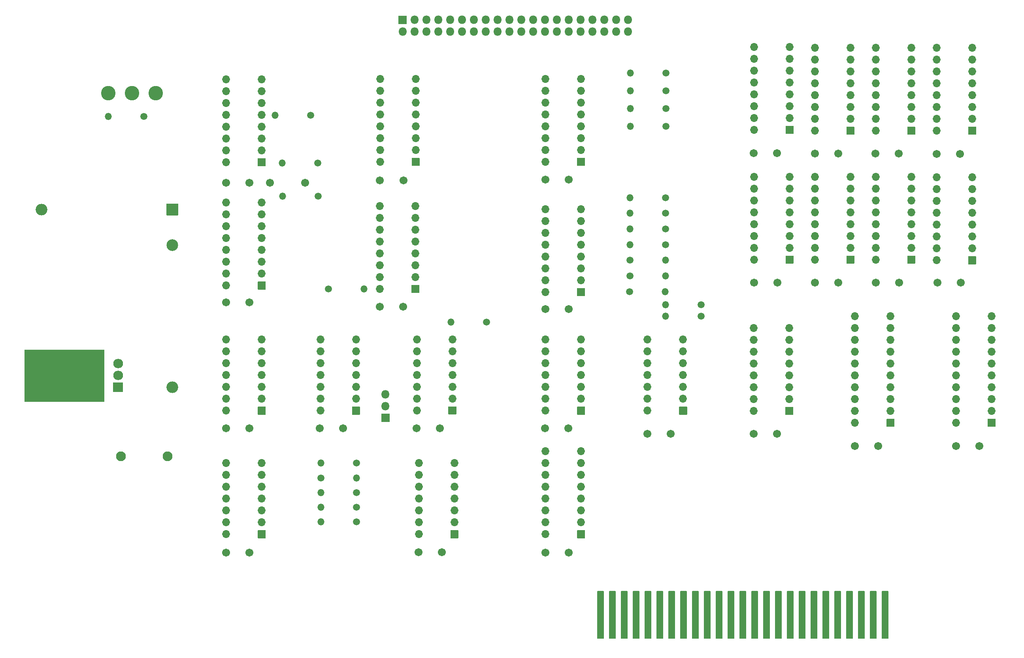
<source format=gbr>
G04 #@! TF.GenerationSoftware,KiCad,Pcbnew,5.1.8-5.1.8*
G04 #@! TF.CreationDate,2021-03-27T17:25:53-07:00*
G04 #@! TF.ProjectId,1066,31303636-2e6b-4696-9361-645f70636258,rev?*
G04 #@! TF.SameCoordinates,Original*
G04 #@! TF.FileFunction,Soldermask,Top*
G04 #@! TF.FilePolarity,Negative*
%FSLAX46Y46*%
G04 Gerber Fmt 4.6, Leading zero omitted, Abs format (unit mm)*
G04 Created by KiCad (PCBNEW 5.1.8-5.1.8) date 2021-03-27 17:25:53*
%MOMM*%
%LPD*%
G01*
G04 APERTURE LIST*
%ADD10C,0.100000*%
%ADD11O,1.802000X1.802000*%
%ADD12O,3.602000X3.602000*%
%ADD13O,2.102000X2.007000*%
%ADD14C,1.702000*%
%ADD15O,1.702000X1.702000*%
%ADD16C,2.102000*%
%ADD17C,3.102000*%
%ADD18O,1.502000X1.502000*%
%ADD19C,1.502000*%
%ADD20O,2.502000X2.502000*%
%ADD21C,2.502000*%
G04 APERTURE END LIST*
D10*
G36*
X48200000Y-114220000D02*
G01*
X65200000Y-114220000D01*
X65200000Y-103210000D01*
X48200000Y-103210000D01*
X48200000Y-114220000D01*
G37*
X48200000Y-114220000D02*
X65200000Y-114220000D01*
X65200000Y-103210000D01*
X48200000Y-103210000D01*
X48200000Y-114220000D01*
G36*
X48200000Y-114220000D02*
G01*
X65200000Y-114220000D01*
X65200000Y-103210000D01*
X48200000Y-103210000D01*
X48200000Y-114220000D01*
G37*
X48200000Y-114220000D02*
X65200000Y-114220000D01*
X65200000Y-103210000D01*
X48200000Y-103210000D01*
X48200000Y-114220000D01*
G36*
G01*
X128320000Y-31509000D02*
X130020000Y-31509000D01*
G75*
G02*
X130071000Y-31560000I0J-51000D01*
G01*
X130071000Y-33260000D01*
G75*
G02*
X130020000Y-33311000I-51000J0D01*
G01*
X128320000Y-33311000D01*
G75*
G02*
X128269000Y-33260000I0J51000D01*
G01*
X128269000Y-31560000D01*
G75*
G02*
X128320000Y-31509000I51000J0D01*
G01*
G37*
D11*
X129170000Y-34950000D03*
X131710000Y-32410000D03*
X131710000Y-34950000D03*
X134250000Y-32410000D03*
X134250000Y-34950000D03*
X136790000Y-32410000D03*
X136790000Y-34950000D03*
X139330000Y-32410000D03*
X139330000Y-34950000D03*
X141870000Y-32410000D03*
X141870000Y-34950000D03*
X144410000Y-32410000D03*
X144410000Y-34950000D03*
X146950000Y-32410000D03*
X146950000Y-34950000D03*
X149490000Y-32410000D03*
X149490000Y-34950000D03*
X152030000Y-32410000D03*
X152030000Y-34950000D03*
X154570000Y-32410000D03*
X154570000Y-34950000D03*
X157110000Y-32410000D03*
X157110000Y-34950000D03*
X159650000Y-32410000D03*
X159650000Y-34950000D03*
X162190000Y-32410000D03*
X162190000Y-34950000D03*
X164730000Y-32410000D03*
X164730000Y-34950000D03*
X167270000Y-32410000D03*
X167270000Y-34950000D03*
X169810000Y-32410000D03*
X169810000Y-34950000D03*
X172350000Y-32410000D03*
X172350000Y-34950000D03*
X174890000Y-32410000D03*
X174890000Y-34950000D03*
X177430000Y-32410000D03*
X177430000Y-34950000D03*
D12*
X51540000Y-108680000D03*
G36*
G01*
X69200000Y-112223500D02*
X67200000Y-112223500D01*
G75*
G02*
X67149000Y-112172500I0J51000D01*
G01*
X67149000Y-110267500D01*
G75*
G02*
X67200000Y-110216500I51000J0D01*
G01*
X69200000Y-110216500D01*
G75*
G02*
X69251000Y-110267500I0J-51000D01*
G01*
X69251000Y-112172500D01*
G75*
G02*
X69200000Y-112223500I-51000J0D01*
G01*
G37*
D13*
X68200000Y-108680000D03*
X68200000Y-106140000D03*
D14*
X100780000Y-67330000D03*
X108280000Y-67330000D03*
D15*
X91360000Y-62970000D03*
X98980000Y-45190000D03*
X91360000Y-60430000D03*
X98980000Y-47730000D03*
X91360000Y-57890000D03*
X98980000Y-50270000D03*
X91360000Y-55350000D03*
X98980000Y-52810000D03*
X91360000Y-52810000D03*
X98980000Y-55350000D03*
X91360000Y-50270000D03*
X98980000Y-57890000D03*
X91360000Y-47730000D03*
X98980000Y-60430000D03*
X91360000Y-45190000D03*
G36*
G01*
X99831000Y-62170000D02*
X99831000Y-63770000D01*
G75*
G02*
X99780000Y-63821000I-51000J0D01*
G01*
X98180000Y-63821000D01*
G75*
G02*
X98129000Y-63770000I0J51000D01*
G01*
X98129000Y-62170000D01*
G75*
G02*
X98180000Y-62119000I51000J0D01*
G01*
X99780000Y-62119000D01*
G75*
G02*
X99831000Y-62170000I0J-51000D01*
G01*
G37*
D14*
X96390000Y-67360000D03*
X91390000Y-67360000D03*
X129330000Y-66860000D03*
X124330000Y-66860000D03*
X164790000Y-66690000D03*
X159790000Y-66690000D03*
X204420000Y-60990000D03*
X209420000Y-60990000D03*
X217520000Y-61080000D03*
X222520000Y-61080000D03*
X230460000Y-61080000D03*
X235460000Y-61080000D03*
X243620000Y-61160000D03*
X248620000Y-61160000D03*
X204440000Y-88750000D03*
X209440000Y-88750000D03*
X217520000Y-88760000D03*
X222520000Y-88760000D03*
X230520000Y-88760000D03*
X235520000Y-88760000D03*
X243730000Y-88750000D03*
X248730000Y-88750000D03*
X96340000Y-93010000D03*
X91340000Y-93010000D03*
X129310000Y-93910000D03*
X124310000Y-93910000D03*
X164790000Y-94440000D03*
X159790000Y-94440000D03*
X96350000Y-120020000D03*
X91350000Y-120020000D03*
X116420000Y-120030000D03*
X111420000Y-120030000D03*
X137200000Y-120020000D03*
X132200000Y-120020000D03*
X164650000Y-120030000D03*
X159650000Y-120030000D03*
X186620000Y-121220000D03*
X181620000Y-121220000D03*
X209380000Y-121220000D03*
X204380000Y-121220000D03*
X231065000Y-123790000D03*
X226065000Y-123790000D03*
X252710000Y-123790000D03*
X247710000Y-123790000D03*
X96390000Y-146680000D03*
X91390000Y-146680000D03*
X137620000Y-146610000D03*
X132620000Y-146610000D03*
X164800000Y-146680000D03*
X159800000Y-146680000D03*
D15*
X230523332Y-56200000D03*
X238143332Y-38420000D03*
X230523332Y-53660000D03*
X238143332Y-40960000D03*
X230523332Y-51120000D03*
X238143332Y-43500000D03*
X230523332Y-48580000D03*
X238143332Y-46040000D03*
X230523332Y-46040000D03*
X238143332Y-48580000D03*
X230523332Y-43500000D03*
X238143332Y-51120000D03*
X230523332Y-40960000D03*
X238143332Y-53660000D03*
X230523332Y-38420000D03*
G36*
G01*
X238994332Y-55400000D02*
X238994332Y-57000000D01*
G75*
G02*
X238943332Y-57051000I-51000J0D01*
G01*
X237343332Y-57051000D01*
G75*
G02*
X237292332Y-57000000I0J51000D01*
G01*
X237292332Y-55400000D01*
G75*
G02*
X237343332Y-55349000I51000J0D01*
G01*
X238943332Y-55349000D01*
G75*
G02*
X238994332Y-55400000I0J-51000D01*
G01*
G37*
G36*
G01*
X252031000Y-83190000D02*
X252031000Y-84790000D01*
G75*
G02*
X251980000Y-84841000I-51000J0D01*
G01*
X250380000Y-84841000D01*
G75*
G02*
X250329000Y-84790000I0J51000D01*
G01*
X250329000Y-83190000D01*
G75*
G02*
X250380000Y-83139000I51000J0D01*
G01*
X251980000Y-83139000D01*
G75*
G02*
X252031000Y-83190000I0J-51000D01*
G01*
G37*
X243560000Y-66210000D03*
X251180000Y-81450000D03*
X243560000Y-68750000D03*
X251180000Y-78910000D03*
X243560000Y-71290000D03*
X251180000Y-76370000D03*
X243560000Y-73830000D03*
X251180000Y-73830000D03*
X243560000Y-76370000D03*
X251180000Y-71290000D03*
X243560000Y-78910000D03*
X251180000Y-68750000D03*
X243560000Y-81450000D03*
X251180000Y-66210000D03*
X243560000Y-83990000D03*
D16*
X68830000Y-126010000D03*
X78830000Y-126010000D03*
D17*
X76260000Y-48150000D03*
X71180000Y-48150000D03*
X66100000Y-48140000D03*
D18*
X66150000Y-53110000D03*
D19*
X73770000Y-53110000D03*
D18*
X101830000Y-52880000D03*
D19*
X109450000Y-52880000D03*
D18*
X103370000Y-63090000D03*
D19*
X110990000Y-63090000D03*
D18*
X103490000Y-70250000D03*
D19*
X111110000Y-70250000D03*
D18*
X120900000Y-90150000D03*
D19*
X113280000Y-90150000D03*
D18*
X111680000Y-127510000D03*
D19*
X119300000Y-127510000D03*
D18*
X119290000Y-130692500D03*
D19*
X111670000Y-130692500D03*
D18*
X111670000Y-133835000D03*
D19*
X119290000Y-133835000D03*
D18*
X111670000Y-136977500D03*
D19*
X119290000Y-136977500D03*
D18*
X111670000Y-140120000D03*
D19*
X119290000Y-140120000D03*
D18*
X139540000Y-97210000D03*
D19*
X147160000Y-97210000D03*
D18*
X177930000Y-43830000D03*
D19*
X185550000Y-43830000D03*
D18*
X177940000Y-47650000D03*
D19*
X185560000Y-47650000D03*
D18*
X177940000Y-51460000D03*
D19*
X185560000Y-51460000D03*
D18*
X177940000Y-55270000D03*
D19*
X185560000Y-55270000D03*
D18*
X177880000Y-70560000D03*
D19*
X185500000Y-70560000D03*
D18*
X177880000Y-73916666D03*
D19*
X185500000Y-73916666D03*
D18*
X177880000Y-77273332D03*
D19*
X185500000Y-77273332D03*
D18*
X177880000Y-80629998D03*
D19*
X185500000Y-80629998D03*
D18*
X185500000Y-83986664D03*
D19*
X177880000Y-83986664D03*
D18*
X185500000Y-87343330D03*
D19*
X177880000Y-87343330D03*
D18*
X185460000Y-90700000D03*
D19*
X177840000Y-90700000D03*
D18*
X185520000Y-93480000D03*
D19*
X193140000Y-93480000D03*
D18*
X185530000Y-95940000D03*
D19*
X193150000Y-95940000D03*
G36*
G01*
X233226000Y-154970000D02*
X233226000Y-165130000D01*
G75*
G02*
X233175000Y-165181000I-51000J0D01*
G01*
X231905000Y-165181000D01*
G75*
G02*
X231854000Y-165130000I0J51000D01*
G01*
X231854000Y-154970000D01*
G75*
G02*
X231905000Y-154919000I51000J0D01*
G01*
X233175000Y-154919000D01*
G75*
G02*
X233226000Y-154970000I0J-51000D01*
G01*
G37*
G36*
G01*
X230686000Y-154970000D02*
X230686000Y-165130000D01*
G75*
G02*
X230635000Y-165181000I-51000J0D01*
G01*
X229365000Y-165181000D01*
G75*
G02*
X229314000Y-165130000I0J51000D01*
G01*
X229314000Y-154970000D01*
G75*
G02*
X229365000Y-154919000I51000J0D01*
G01*
X230635000Y-154919000D01*
G75*
G02*
X230686000Y-154970000I0J-51000D01*
G01*
G37*
G36*
G01*
X228146000Y-154970000D02*
X228146000Y-165130000D01*
G75*
G02*
X228095000Y-165181000I-51000J0D01*
G01*
X226825000Y-165181000D01*
G75*
G02*
X226774000Y-165130000I0J51000D01*
G01*
X226774000Y-154970000D01*
G75*
G02*
X226825000Y-154919000I51000J0D01*
G01*
X228095000Y-154919000D01*
G75*
G02*
X228146000Y-154970000I0J-51000D01*
G01*
G37*
G36*
G01*
X225606000Y-154970000D02*
X225606000Y-165130000D01*
G75*
G02*
X225555000Y-165181000I-51000J0D01*
G01*
X224285000Y-165181000D01*
G75*
G02*
X224234000Y-165130000I0J51000D01*
G01*
X224234000Y-154970000D01*
G75*
G02*
X224285000Y-154919000I51000J0D01*
G01*
X225555000Y-154919000D01*
G75*
G02*
X225606000Y-154970000I0J-51000D01*
G01*
G37*
G36*
G01*
X223066000Y-154970000D02*
X223066000Y-165130000D01*
G75*
G02*
X223015000Y-165181000I-51000J0D01*
G01*
X221745000Y-165181000D01*
G75*
G02*
X221694000Y-165130000I0J51000D01*
G01*
X221694000Y-154970000D01*
G75*
G02*
X221745000Y-154919000I51000J0D01*
G01*
X223015000Y-154919000D01*
G75*
G02*
X223066000Y-154970000I0J-51000D01*
G01*
G37*
G36*
G01*
X220526000Y-154970000D02*
X220526000Y-165130000D01*
G75*
G02*
X220475000Y-165181000I-51000J0D01*
G01*
X219205000Y-165181000D01*
G75*
G02*
X219154000Y-165130000I0J51000D01*
G01*
X219154000Y-154970000D01*
G75*
G02*
X219205000Y-154919000I51000J0D01*
G01*
X220475000Y-154919000D01*
G75*
G02*
X220526000Y-154970000I0J-51000D01*
G01*
G37*
G36*
G01*
X217986000Y-154970000D02*
X217986000Y-165130000D01*
G75*
G02*
X217935000Y-165181000I-51000J0D01*
G01*
X216665000Y-165181000D01*
G75*
G02*
X216614000Y-165130000I0J51000D01*
G01*
X216614000Y-154970000D01*
G75*
G02*
X216665000Y-154919000I51000J0D01*
G01*
X217935000Y-154919000D01*
G75*
G02*
X217986000Y-154970000I0J-51000D01*
G01*
G37*
G36*
G01*
X215446000Y-154970000D02*
X215446000Y-165130000D01*
G75*
G02*
X215395000Y-165181000I-51000J0D01*
G01*
X214125000Y-165181000D01*
G75*
G02*
X214074000Y-165130000I0J51000D01*
G01*
X214074000Y-154970000D01*
G75*
G02*
X214125000Y-154919000I51000J0D01*
G01*
X215395000Y-154919000D01*
G75*
G02*
X215446000Y-154970000I0J-51000D01*
G01*
G37*
G36*
G01*
X212906000Y-154970000D02*
X212906000Y-165130000D01*
G75*
G02*
X212855000Y-165181000I-51000J0D01*
G01*
X211585000Y-165181000D01*
G75*
G02*
X211534000Y-165130000I0J51000D01*
G01*
X211534000Y-154970000D01*
G75*
G02*
X211585000Y-154919000I51000J0D01*
G01*
X212855000Y-154919000D01*
G75*
G02*
X212906000Y-154970000I0J-51000D01*
G01*
G37*
G36*
G01*
X172266000Y-154970000D02*
X172266000Y-165130000D01*
G75*
G02*
X172215000Y-165181000I-51000J0D01*
G01*
X170945000Y-165181000D01*
G75*
G02*
X170894000Y-165130000I0J51000D01*
G01*
X170894000Y-154970000D01*
G75*
G02*
X170945000Y-154919000I51000J0D01*
G01*
X172215000Y-154919000D01*
G75*
G02*
X172266000Y-154970000I0J-51000D01*
G01*
G37*
G36*
G01*
X210366000Y-154970000D02*
X210366000Y-165130000D01*
G75*
G02*
X210315000Y-165181000I-51000J0D01*
G01*
X209045000Y-165181000D01*
G75*
G02*
X208994000Y-165130000I0J51000D01*
G01*
X208994000Y-154970000D01*
G75*
G02*
X209045000Y-154919000I51000J0D01*
G01*
X210315000Y-154919000D01*
G75*
G02*
X210366000Y-154970000I0J-51000D01*
G01*
G37*
G36*
G01*
X207826000Y-154970000D02*
X207826000Y-165130000D01*
G75*
G02*
X207775000Y-165181000I-51000J0D01*
G01*
X206505000Y-165181000D01*
G75*
G02*
X206454000Y-165130000I0J51000D01*
G01*
X206454000Y-154970000D01*
G75*
G02*
X206505000Y-154919000I51000J0D01*
G01*
X207775000Y-154919000D01*
G75*
G02*
X207826000Y-154970000I0J-51000D01*
G01*
G37*
G36*
G01*
X205286000Y-154970000D02*
X205286000Y-165130000D01*
G75*
G02*
X205235000Y-165181000I-51000J0D01*
G01*
X203965000Y-165181000D01*
G75*
G02*
X203914000Y-165130000I0J51000D01*
G01*
X203914000Y-154970000D01*
G75*
G02*
X203965000Y-154919000I51000J0D01*
G01*
X205235000Y-154919000D01*
G75*
G02*
X205286000Y-154970000I0J-51000D01*
G01*
G37*
G36*
G01*
X202746000Y-154970000D02*
X202746000Y-165130000D01*
G75*
G02*
X202695000Y-165181000I-51000J0D01*
G01*
X201425000Y-165181000D01*
G75*
G02*
X201374000Y-165130000I0J51000D01*
G01*
X201374000Y-154970000D01*
G75*
G02*
X201425000Y-154919000I51000J0D01*
G01*
X202695000Y-154919000D01*
G75*
G02*
X202746000Y-154970000I0J-51000D01*
G01*
G37*
G36*
G01*
X200206000Y-154970000D02*
X200206000Y-165130000D01*
G75*
G02*
X200155000Y-165181000I-51000J0D01*
G01*
X198885000Y-165181000D01*
G75*
G02*
X198834000Y-165130000I0J51000D01*
G01*
X198834000Y-154970000D01*
G75*
G02*
X198885000Y-154919000I51000J0D01*
G01*
X200155000Y-154919000D01*
G75*
G02*
X200206000Y-154970000I0J-51000D01*
G01*
G37*
G36*
G01*
X197666000Y-154970000D02*
X197666000Y-165130000D01*
G75*
G02*
X197615000Y-165181000I-51000J0D01*
G01*
X196345000Y-165181000D01*
G75*
G02*
X196294000Y-165130000I0J51000D01*
G01*
X196294000Y-154970000D01*
G75*
G02*
X196345000Y-154919000I51000J0D01*
G01*
X197615000Y-154919000D01*
G75*
G02*
X197666000Y-154970000I0J-51000D01*
G01*
G37*
G36*
G01*
X195126000Y-154970000D02*
X195126000Y-165130000D01*
G75*
G02*
X195075000Y-165181000I-51000J0D01*
G01*
X193805000Y-165181000D01*
G75*
G02*
X193754000Y-165130000I0J51000D01*
G01*
X193754000Y-154970000D01*
G75*
G02*
X193805000Y-154919000I51000J0D01*
G01*
X195075000Y-154919000D01*
G75*
G02*
X195126000Y-154970000I0J-51000D01*
G01*
G37*
G36*
G01*
X192586000Y-154970000D02*
X192586000Y-165130000D01*
G75*
G02*
X192535000Y-165181000I-51000J0D01*
G01*
X191265000Y-165181000D01*
G75*
G02*
X191214000Y-165130000I0J51000D01*
G01*
X191214000Y-154970000D01*
G75*
G02*
X191265000Y-154919000I51000J0D01*
G01*
X192535000Y-154919000D01*
G75*
G02*
X192586000Y-154970000I0J-51000D01*
G01*
G37*
G36*
G01*
X190046000Y-154970000D02*
X190046000Y-165130000D01*
G75*
G02*
X189995000Y-165181000I-51000J0D01*
G01*
X188725000Y-165181000D01*
G75*
G02*
X188674000Y-165130000I0J51000D01*
G01*
X188674000Y-154970000D01*
G75*
G02*
X188725000Y-154919000I51000J0D01*
G01*
X189995000Y-154919000D01*
G75*
G02*
X190046000Y-154970000I0J-51000D01*
G01*
G37*
G36*
G01*
X187506000Y-154970000D02*
X187506000Y-165130000D01*
G75*
G02*
X187455000Y-165181000I-51000J0D01*
G01*
X186185000Y-165181000D01*
G75*
G02*
X186134000Y-165130000I0J51000D01*
G01*
X186134000Y-154970000D01*
G75*
G02*
X186185000Y-154919000I51000J0D01*
G01*
X187455000Y-154919000D01*
G75*
G02*
X187506000Y-154970000I0J-51000D01*
G01*
G37*
G36*
G01*
X184966000Y-154970000D02*
X184966000Y-165130000D01*
G75*
G02*
X184915000Y-165181000I-51000J0D01*
G01*
X183645000Y-165181000D01*
G75*
G02*
X183594000Y-165130000I0J51000D01*
G01*
X183594000Y-154970000D01*
G75*
G02*
X183645000Y-154919000I51000J0D01*
G01*
X184915000Y-154919000D01*
G75*
G02*
X184966000Y-154970000I0J-51000D01*
G01*
G37*
G36*
G01*
X182426000Y-154970000D02*
X182426000Y-165130000D01*
G75*
G02*
X182375000Y-165181000I-51000J0D01*
G01*
X181105000Y-165181000D01*
G75*
G02*
X181054000Y-165130000I0J51000D01*
G01*
X181054000Y-154970000D01*
G75*
G02*
X181105000Y-154919000I51000J0D01*
G01*
X182375000Y-154919000D01*
G75*
G02*
X182426000Y-154970000I0J-51000D01*
G01*
G37*
G36*
G01*
X179886000Y-154970000D02*
X179886000Y-165130000D01*
G75*
G02*
X179835000Y-165181000I-51000J0D01*
G01*
X178565000Y-165181000D01*
G75*
G02*
X178514000Y-165130000I0J51000D01*
G01*
X178514000Y-154970000D01*
G75*
G02*
X178565000Y-154919000I51000J0D01*
G01*
X179835000Y-154919000D01*
G75*
G02*
X179886000Y-154970000I0J-51000D01*
G01*
G37*
G36*
G01*
X177346000Y-154970000D02*
X177346000Y-165130000D01*
G75*
G02*
X177295000Y-165181000I-51000J0D01*
G01*
X176025000Y-165181000D01*
G75*
G02*
X175974000Y-165130000I0J51000D01*
G01*
X175974000Y-154970000D01*
G75*
G02*
X176025000Y-154919000I51000J0D01*
G01*
X177295000Y-154919000D01*
G75*
G02*
X177346000Y-154970000I0J-51000D01*
G01*
G37*
G36*
G01*
X174806000Y-154970000D02*
X174806000Y-165130000D01*
G75*
G02*
X174755000Y-165181000I-51000J0D01*
G01*
X173485000Y-165181000D01*
G75*
G02*
X173434000Y-165130000I0J51000D01*
G01*
X173434000Y-154970000D01*
G75*
G02*
X173485000Y-154919000I51000J0D01*
G01*
X174755000Y-154919000D01*
G75*
G02*
X174806000Y-154970000I0J-51000D01*
G01*
G37*
G36*
G01*
X231854000Y-165130000D02*
X231854000Y-154970000D01*
G75*
G02*
X231905000Y-154919000I51000J0D01*
G01*
X233175000Y-154919000D01*
G75*
G02*
X233226000Y-154970000I0J-51000D01*
G01*
X233226000Y-165130000D01*
G75*
G02*
X233175000Y-165181000I-51000J0D01*
G01*
X231905000Y-165181000D01*
G75*
G02*
X231854000Y-165130000I0J51000D01*
G01*
G37*
G36*
G01*
X229314000Y-165130000D02*
X229314000Y-154970000D01*
G75*
G02*
X229365000Y-154919000I51000J0D01*
G01*
X230635000Y-154919000D01*
G75*
G02*
X230686000Y-154970000I0J-51000D01*
G01*
X230686000Y-165130000D01*
G75*
G02*
X230635000Y-165181000I-51000J0D01*
G01*
X229365000Y-165181000D01*
G75*
G02*
X229314000Y-165130000I0J51000D01*
G01*
G37*
G36*
G01*
X226774000Y-165130000D02*
X226774000Y-154970000D01*
G75*
G02*
X226825000Y-154919000I51000J0D01*
G01*
X228095000Y-154919000D01*
G75*
G02*
X228146000Y-154970000I0J-51000D01*
G01*
X228146000Y-165130000D01*
G75*
G02*
X228095000Y-165181000I-51000J0D01*
G01*
X226825000Y-165181000D01*
G75*
G02*
X226774000Y-165130000I0J51000D01*
G01*
G37*
G36*
G01*
X224234000Y-165130000D02*
X224234000Y-154970000D01*
G75*
G02*
X224285000Y-154919000I51000J0D01*
G01*
X225555000Y-154919000D01*
G75*
G02*
X225606000Y-154970000I0J-51000D01*
G01*
X225606000Y-165130000D01*
G75*
G02*
X225555000Y-165181000I-51000J0D01*
G01*
X224285000Y-165181000D01*
G75*
G02*
X224234000Y-165130000I0J51000D01*
G01*
G37*
G36*
G01*
X221694000Y-165130000D02*
X221694000Y-154970000D01*
G75*
G02*
X221745000Y-154919000I51000J0D01*
G01*
X223015000Y-154919000D01*
G75*
G02*
X223066000Y-154970000I0J-51000D01*
G01*
X223066000Y-165130000D01*
G75*
G02*
X223015000Y-165181000I-51000J0D01*
G01*
X221745000Y-165181000D01*
G75*
G02*
X221694000Y-165130000I0J51000D01*
G01*
G37*
G36*
G01*
X219154000Y-165130000D02*
X219154000Y-154970000D01*
G75*
G02*
X219205000Y-154919000I51000J0D01*
G01*
X220475000Y-154919000D01*
G75*
G02*
X220526000Y-154970000I0J-51000D01*
G01*
X220526000Y-165130000D01*
G75*
G02*
X220475000Y-165181000I-51000J0D01*
G01*
X219205000Y-165181000D01*
G75*
G02*
X219154000Y-165130000I0J51000D01*
G01*
G37*
G36*
G01*
X216614000Y-165130000D02*
X216614000Y-154970000D01*
G75*
G02*
X216665000Y-154919000I51000J0D01*
G01*
X217935000Y-154919000D01*
G75*
G02*
X217986000Y-154970000I0J-51000D01*
G01*
X217986000Y-165130000D01*
G75*
G02*
X217935000Y-165181000I-51000J0D01*
G01*
X216665000Y-165181000D01*
G75*
G02*
X216614000Y-165130000I0J51000D01*
G01*
G37*
G36*
G01*
X214074000Y-165130000D02*
X214074000Y-154970000D01*
G75*
G02*
X214125000Y-154919000I51000J0D01*
G01*
X215395000Y-154919000D01*
G75*
G02*
X215446000Y-154970000I0J-51000D01*
G01*
X215446000Y-165130000D01*
G75*
G02*
X215395000Y-165181000I-51000J0D01*
G01*
X214125000Y-165181000D01*
G75*
G02*
X214074000Y-165130000I0J51000D01*
G01*
G37*
G36*
G01*
X211534000Y-165130000D02*
X211534000Y-154970000D01*
G75*
G02*
X211585000Y-154919000I51000J0D01*
G01*
X212855000Y-154919000D01*
G75*
G02*
X212906000Y-154970000I0J-51000D01*
G01*
X212906000Y-165130000D01*
G75*
G02*
X212855000Y-165181000I-51000J0D01*
G01*
X211585000Y-165181000D01*
G75*
G02*
X211534000Y-165130000I0J51000D01*
G01*
G37*
G36*
G01*
X208994000Y-165130000D02*
X208994000Y-154970000D01*
G75*
G02*
X209045000Y-154919000I51000J0D01*
G01*
X210315000Y-154919000D01*
G75*
G02*
X210366000Y-154970000I0J-51000D01*
G01*
X210366000Y-165130000D01*
G75*
G02*
X210315000Y-165181000I-51000J0D01*
G01*
X209045000Y-165181000D01*
G75*
G02*
X208994000Y-165130000I0J51000D01*
G01*
G37*
G36*
G01*
X206454000Y-165130000D02*
X206454000Y-154970000D01*
G75*
G02*
X206505000Y-154919000I51000J0D01*
G01*
X207775000Y-154919000D01*
G75*
G02*
X207826000Y-154970000I0J-51000D01*
G01*
X207826000Y-165130000D01*
G75*
G02*
X207775000Y-165181000I-51000J0D01*
G01*
X206505000Y-165181000D01*
G75*
G02*
X206454000Y-165130000I0J51000D01*
G01*
G37*
G36*
G01*
X203914000Y-165130000D02*
X203914000Y-154970000D01*
G75*
G02*
X203965000Y-154919000I51000J0D01*
G01*
X205235000Y-154919000D01*
G75*
G02*
X205286000Y-154970000I0J-51000D01*
G01*
X205286000Y-165130000D01*
G75*
G02*
X205235000Y-165181000I-51000J0D01*
G01*
X203965000Y-165181000D01*
G75*
G02*
X203914000Y-165130000I0J51000D01*
G01*
G37*
G36*
G01*
X201374000Y-165130000D02*
X201374000Y-154970000D01*
G75*
G02*
X201425000Y-154919000I51000J0D01*
G01*
X202695000Y-154919000D01*
G75*
G02*
X202746000Y-154970000I0J-51000D01*
G01*
X202746000Y-165130000D01*
G75*
G02*
X202695000Y-165181000I-51000J0D01*
G01*
X201425000Y-165181000D01*
G75*
G02*
X201374000Y-165130000I0J51000D01*
G01*
G37*
G36*
G01*
X198834000Y-165130000D02*
X198834000Y-154970000D01*
G75*
G02*
X198885000Y-154919000I51000J0D01*
G01*
X200155000Y-154919000D01*
G75*
G02*
X200206000Y-154970000I0J-51000D01*
G01*
X200206000Y-165130000D01*
G75*
G02*
X200155000Y-165181000I-51000J0D01*
G01*
X198885000Y-165181000D01*
G75*
G02*
X198834000Y-165130000I0J51000D01*
G01*
G37*
G36*
G01*
X196294000Y-165130000D02*
X196294000Y-154970000D01*
G75*
G02*
X196345000Y-154919000I51000J0D01*
G01*
X197615000Y-154919000D01*
G75*
G02*
X197666000Y-154970000I0J-51000D01*
G01*
X197666000Y-165130000D01*
G75*
G02*
X197615000Y-165181000I-51000J0D01*
G01*
X196345000Y-165181000D01*
G75*
G02*
X196294000Y-165130000I0J51000D01*
G01*
G37*
G36*
G01*
X193754000Y-165130000D02*
X193754000Y-154970000D01*
G75*
G02*
X193805000Y-154919000I51000J0D01*
G01*
X195075000Y-154919000D01*
G75*
G02*
X195126000Y-154970000I0J-51000D01*
G01*
X195126000Y-165130000D01*
G75*
G02*
X195075000Y-165181000I-51000J0D01*
G01*
X193805000Y-165181000D01*
G75*
G02*
X193754000Y-165130000I0J51000D01*
G01*
G37*
G36*
G01*
X191214000Y-165130000D02*
X191214000Y-154970000D01*
G75*
G02*
X191265000Y-154919000I51000J0D01*
G01*
X192535000Y-154919000D01*
G75*
G02*
X192586000Y-154970000I0J-51000D01*
G01*
X192586000Y-165130000D01*
G75*
G02*
X192535000Y-165181000I-51000J0D01*
G01*
X191265000Y-165181000D01*
G75*
G02*
X191214000Y-165130000I0J51000D01*
G01*
G37*
G36*
G01*
X188674000Y-165130000D02*
X188674000Y-154970000D01*
G75*
G02*
X188725000Y-154919000I51000J0D01*
G01*
X189995000Y-154919000D01*
G75*
G02*
X190046000Y-154970000I0J-51000D01*
G01*
X190046000Y-165130000D01*
G75*
G02*
X189995000Y-165181000I-51000J0D01*
G01*
X188725000Y-165181000D01*
G75*
G02*
X188674000Y-165130000I0J51000D01*
G01*
G37*
G36*
G01*
X186134000Y-165130000D02*
X186134000Y-154970000D01*
G75*
G02*
X186185000Y-154919000I51000J0D01*
G01*
X187455000Y-154919000D01*
G75*
G02*
X187506000Y-154970000I0J-51000D01*
G01*
X187506000Y-165130000D01*
G75*
G02*
X187455000Y-165181000I-51000J0D01*
G01*
X186185000Y-165181000D01*
G75*
G02*
X186134000Y-165130000I0J51000D01*
G01*
G37*
G36*
G01*
X183594000Y-165130000D02*
X183594000Y-154970000D01*
G75*
G02*
X183645000Y-154919000I51000J0D01*
G01*
X184915000Y-154919000D01*
G75*
G02*
X184966000Y-154970000I0J-51000D01*
G01*
X184966000Y-165130000D01*
G75*
G02*
X184915000Y-165181000I-51000J0D01*
G01*
X183645000Y-165181000D01*
G75*
G02*
X183594000Y-165130000I0J51000D01*
G01*
G37*
G36*
G01*
X181054000Y-165130000D02*
X181054000Y-154970000D01*
G75*
G02*
X181105000Y-154919000I51000J0D01*
G01*
X182375000Y-154919000D01*
G75*
G02*
X182426000Y-154970000I0J-51000D01*
G01*
X182426000Y-165130000D01*
G75*
G02*
X182375000Y-165181000I-51000J0D01*
G01*
X181105000Y-165181000D01*
G75*
G02*
X181054000Y-165130000I0J51000D01*
G01*
G37*
G36*
G01*
X178514000Y-165130000D02*
X178514000Y-154970000D01*
G75*
G02*
X178565000Y-154919000I51000J0D01*
G01*
X179835000Y-154919000D01*
G75*
G02*
X179886000Y-154970000I0J-51000D01*
G01*
X179886000Y-165130000D01*
G75*
G02*
X179835000Y-165181000I-51000J0D01*
G01*
X178565000Y-165181000D01*
G75*
G02*
X178514000Y-165130000I0J51000D01*
G01*
G37*
G36*
G01*
X175974000Y-165130000D02*
X175974000Y-154970000D01*
G75*
G02*
X176025000Y-154919000I51000J0D01*
G01*
X177295000Y-154919000D01*
G75*
G02*
X177346000Y-154970000I0J-51000D01*
G01*
X177346000Y-165130000D01*
G75*
G02*
X177295000Y-165181000I-51000J0D01*
G01*
X176025000Y-165181000D01*
G75*
G02*
X175974000Y-165130000I0J51000D01*
G01*
G37*
G36*
G01*
X173434000Y-165130000D02*
X173434000Y-154970000D01*
G75*
G02*
X173485000Y-154919000I51000J0D01*
G01*
X174755000Y-154919000D01*
G75*
G02*
X174806000Y-154970000I0J-51000D01*
G01*
X174806000Y-165130000D01*
G75*
G02*
X174755000Y-165181000I-51000J0D01*
G01*
X173485000Y-165181000D01*
G75*
G02*
X173434000Y-165130000I0J51000D01*
G01*
G37*
G36*
G01*
X170894000Y-165130000D02*
X170894000Y-154970000D01*
G75*
G02*
X170945000Y-154919000I51000J0D01*
G01*
X172215000Y-154919000D01*
G75*
G02*
X172266000Y-154970000I0J-51000D01*
G01*
X172266000Y-165130000D01*
G75*
G02*
X172215000Y-165181000I-51000J0D01*
G01*
X170945000Y-165181000D01*
G75*
G02*
X170894000Y-165130000I0J51000D01*
G01*
G37*
G36*
G01*
X81091000Y-71890000D02*
X81091000Y-74290000D01*
G75*
G02*
X81040000Y-74341000I-51000J0D01*
G01*
X78640000Y-74341000D01*
G75*
G02*
X78589000Y-74290000I0J51000D01*
G01*
X78589000Y-71890000D01*
G75*
G02*
X78640000Y-71839000I51000J0D01*
G01*
X81040000Y-71839000D01*
G75*
G02*
X81091000Y-71890000I0J-51000D01*
G01*
G37*
D20*
X51840000Y-73090000D03*
G36*
G01*
X126411000Y-116940000D02*
X126411000Y-118640000D01*
G75*
G02*
X126360000Y-118691000I-51000J0D01*
G01*
X124660000Y-118691000D01*
G75*
G02*
X124609000Y-118640000I0J51000D01*
G01*
X124609000Y-116940000D01*
G75*
G02*
X124660000Y-116889000I51000J0D01*
G01*
X126360000Y-116889000D01*
G75*
G02*
X126411000Y-116940000I0J-51000D01*
G01*
G37*
D11*
X125510000Y-115250000D03*
X125510000Y-112710000D03*
D21*
X79800000Y-80750000D03*
D20*
X79800000Y-111230000D03*
G36*
G01*
X132811000Y-62090000D02*
X132811000Y-63690000D01*
G75*
G02*
X132760000Y-63741000I-51000J0D01*
G01*
X131160000Y-63741000D01*
G75*
G02*
X131109000Y-63690000I0J51000D01*
G01*
X131109000Y-62090000D01*
G75*
G02*
X131160000Y-62039000I51000J0D01*
G01*
X132760000Y-62039000D01*
G75*
G02*
X132811000Y-62090000I0J-51000D01*
G01*
G37*
D15*
X124340000Y-45110000D03*
X131960000Y-60350000D03*
X124340000Y-47650000D03*
X131960000Y-57810000D03*
X124340000Y-50190000D03*
X131960000Y-55270000D03*
X124340000Y-52730000D03*
X131960000Y-52730000D03*
X124340000Y-55270000D03*
X131960000Y-50190000D03*
X124340000Y-57810000D03*
X131960000Y-47650000D03*
X124340000Y-60350000D03*
X131960000Y-45110000D03*
X124340000Y-62890000D03*
G36*
G01*
X168261000Y-62070000D02*
X168261000Y-63670000D01*
G75*
G02*
X168210000Y-63721000I-51000J0D01*
G01*
X166610000Y-63721000D01*
G75*
G02*
X166559000Y-63670000I0J51000D01*
G01*
X166559000Y-62070000D01*
G75*
G02*
X166610000Y-62019000I51000J0D01*
G01*
X168210000Y-62019000D01*
G75*
G02*
X168261000Y-62070000I0J-51000D01*
G01*
G37*
X159790000Y-45090000D03*
X167410000Y-60330000D03*
X159790000Y-47630000D03*
X167410000Y-57790000D03*
X159790000Y-50170000D03*
X167410000Y-55250000D03*
X159790000Y-52710000D03*
X167410000Y-52710000D03*
X159790000Y-55250000D03*
X167410000Y-50170000D03*
X159790000Y-57790000D03*
X167410000Y-47630000D03*
X159790000Y-60330000D03*
X167410000Y-45090000D03*
X159790000Y-62870000D03*
G36*
G01*
X212921000Y-55190000D02*
X212921000Y-56790000D01*
G75*
G02*
X212870000Y-56841000I-51000J0D01*
G01*
X211270000Y-56841000D01*
G75*
G02*
X211219000Y-56790000I0J51000D01*
G01*
X211219000Y-55190000D01*
G75*
G02*
X211270000Y-55139000I51000J0D01*
G01*
X212870000Y-55139000D01*
G75*
G02*
X212921000Y-55190000I0J-51000D01*
G01*
G37*
X204450000Y-38210000D03*
X212070000Y-53450000D03*
X204450000Y-40750000D03*
X212070000Y-50910000D03*
X204450000Y-43290000D03*
X212070000Y-48370000D03*
X204450000Y-45830000D03*
X212070000Y-45830000D03*
X204450000Y-48370000D03*
X212070000Y-43290000D03*
X204450000Y-50910000D03*
X212070000Y-40750000D03*
X204450000Y-53450000D03*
X212070000Y-38210000D03*
X204450000Y-55990000D03*
G36*
G01*
X225957666Y-55400000D02*
X225957666Y-57000000D01*
G75*
G02*
X225906666Y-57051000I-51000J0D01*
G01*
X224306666Y-57051000D01*
G75*
G02*
X224255666Y-57000000I0J51000D01*
G01*
X224255666Y-55400000D01*
G75*
G02*
X224306666Y-55349000I51000J0D01*
G01*
X225906666Y-55349000D01*
G75*
G02*
X225957666Y-55400000I0J-51000D01*
G01*
G37*
X217486666Y-38420000D03*
X225106666Y-53660000D03*
X217486666Y-40960000D03*
X225106666Y-51120000D03*
X217486666Y-43500000D03*
X225106666Y-48580000D03*
X217486666Y-46040000D03*
X225106666Y-46040000D03*
X217486666Y-48580000D03*
X225106666Y-43500000D03*
X217486666Y-51120000D03*
X225106666Y-40960000D03*
X217486666Y-53660000D03*
X225106666Y-38420000D03*
X217486666Y-56200000D03*
G36*
G01*
X252031000Y-55370000D02*
X252031000Y-56970000D01*
G75*
G02*
X251980000Y-57021000I-51000J0D01*
G01*
X250380000Y-57021000D01*
G75*
G02*
X250329000Y-56970000I0J51000D01*
G01*
X250329000Y-55370000D01*
G75*
G02*
X250380000Y-55319000I51000J0D01*
G01*
X251980000Y-55319000D01*
G75*
G02*
X252031000Y-55370000I0J-51000D01*
G01*
G37*
X243560000Y-38390000D03*
X251180000Y-53630000D03*
X243560000Y-40930000D03*
X251180000Y-51090000D03*
X243560000Y-43470000D03*
X251180000Y-48550000D03*
X243560000Y-46010000D03*
X251180000Y-46010000D03*
X243560000Y-48550000D03*
X251180000Y-43470000D03*
X243560000Y-51090000D03*
X251180000Y-40930000D03*
X243560000Y-53630000D03*
X251180000Y-38390000D03*
X243560000Y-56170000D03*
X204450000Y-83830000D03*
X212070000Y-66050000D03*
X204450000Y-81290000D03*
X212070000Y-68590000D03*
X204450000Y-78750000D03*
X212070000Y-71130000D03*
X204450000Y-76210000D03*
X212070000Y-73670000D03*
X204450000Y-73670000D03*
X212070000Y-76210000D03*
X204450000Y-71130000D03*
X212070000Y-78750000D03*
X204450000Y-68590000D03*
X212070000Y-81290000D03*
X204450000Y-66050000D03*
G36*
G01*
X212921000Y-83030000D02*
X212921000Y-84630000D01*
G75*
G02*
X212870000Y-84681000I-51000J0D01*
G01*
X211270000Y-84681000D01*
G75*
G02*
X211219000Y-84630000I0J51000D01*
G01*
X211219000Y-83030000D01*
G75*
G02*
X211270000Y-82979000I51000J0D01*
G01*
X212870000Y-82979000D01*
G75*
G02*
X212921000Y-83030000I0J-51000D01*
G01*
G37*
G36*
G01*
X225957666Y-83030000D02*
X225957666Y-84630000D01*
G75*
G02*
X225906666Y-84681000I-51000J0D01*
G01*
X224306666Y-84681000D01*
G75*
G02*
X224255666Y-84630000I0J51000D01*
G01*
X224255666Y-83030000D01*
G75*
G02*
X224306666Y-82979000I51000J0D01*
G01*
X225906666Y-82979000D01*
G75*
G02*
X225957666Y-83030000I0J-51000D01*
G01*
G37*
X217486666Y-66050000D03*
X225106666Y-81290000D03*
X217486666Y-68590000D03*
X225106666Y-78750000D03*
X217486666Y-71130000D03*
X225106666Y-76210000D03*
X217486666Y-73670000D03*
X225106666Y-73670000D03*
X217486666Y-76210000D03*
X225106666Y-71130000D03*
X217486666Y-78750000D03*
X225106666Y-68590000D03*
X217486666Y-81290000D03*
X225106666Y-66050000D03*
X217486666Y-83830000D03*
X230523332Y-83830000D03*
X238143332Y-66050000D03*
X230523332Y-81290000D03*
X238143332Y-68590000D03*
X230523332Y-78750000D03*
X238143332Y-71130000D03*
X230523332Y-76210000D03*
X238143332Y-73670000D03*
X230523332Y-73670000D03*
X238143332Y-76210000D03*
X230523332Y-71130000D03*
X238143332Y-78750000D03*
X230523332Y-68590000D03*
X238143332Y-81290000D03*
X230523332Y-66050000D03*
G36*
G01*
X238994332Y-83030000D02*
X238994332Y-84630000D01*
G75*
G02*
X238943332Y-84681000I-51000J0D01*
G01*
X237343332Y-84681000D01*
G75*
G02*
X237292332Y-84630000I0J51000D01*
G01*
X237292332Y-83030000D01*
G75*
G02*
X237343332Y-82979000I51000J0D01*
G01*
X238943332Y-82979000D01*
G75*
G02*
X238994332Y-83030000I0J-51000D01*
G01*
G37*
X91360000Y-89410000D03*
X98980000Y-71630000D03*
X91360000Y-86870000D03*
X98980000Y-74170000D03*
X91360000Y-84330000D03*
X98980000Y-76710000D03*
X91360000Y-81790000D03*
X98980000Y-79250000D03*
X91360000Y-79250000D03*
X98980000Y-81790000D03*
X91360000Y-76710000D03*
X98980000Y-84330000D03*
X91360000Y-74170000D03*
X98980000Y-86870000D03*
X91360000Y-71630000D03*
G36*
G01*
X99831000Y-88610000D02*
X99831000Y-90210000D01*
G75*
G02*
X99780000Y-90261000I-51000J0D01*
G01*
X98180000Y-90261000D01*
G75*
G02*
X98129000Y-90210000I0J51000D01*
G01*
X98129000Y-88610000D01*
G75*
G02*
X98180000Y-88559000I51000J0D01*
G01*
X99780000Y-88559000D01*
G75*
G02*
X99831000Y-88610000I0J-51000D01*
G01*
G37*
G36*
G01*
X132791000Y-89330000D02*
X132791000Y-90930000D01*
G75*
G02*
X132740000Y-90981000I-51000J0D01*
G01*
X131140000Y-90981000D01*
G75*
G02*
X131089000Y-90930000I0J51000D01*
G01*
X131089000Y-89330000D01*
G75*
G02*
X131140000Y-89279000I51000J0D01*
G01*
X132740000Y-89279000D01*
G75*
G02*
X132791000Y-89330000I0J-51000D01*
G01*
G37*
X124320000Y-72350000D03*
X131940000Y-87590000D03*
X124320000Y-74890000D03*
X131940000Y-85050000D03*
X124320000Y-77430000D03*
X131940000Y-82510000D03*
X124320000Y-79970000D03*
X131940000Y-79970000D03*
X124320000Y-82510000D03*
X131940000Y-77430000D03*
X124320000Y-85050000D03*
X131940000Y-74890000D03*
X124320000Y-87590000D03*
X131940000Y-72350000D03*
X124320000Y-90130000D03*
X159790000Y-90790000D03*
X167410000Y-73010000D03*
X159790000Y-88250000D03*
X167410000Y-75550000D03*
X159790000Y-85710000D03*
X167410000Y-78090000D03*
X159790000Y-83170000D03*
X167410000Y-80630000D03*
X159790000Y-80630000D03*
X167410000Y-83170000D03*
X159790000Y-78090000D03*
X167410000Y-85710000D03*
X159790000Y-75550000D03*
X167410000Y-88250000D03*
X159790000Y-73010000D03*
G36*
G01*
X168261000Y-89990000D02*
X168261000Y-91590000D01*
G75*
G02*
X168210000Y-91641000I-51000J0D01*
G01*
X166610000Y-91641000D01*
G75*
G02*
X166559000Y-91590000I0J51000D01*
G01*
X166559000Y-89990000D01*
G75*
G02*
X166610000Y-89939000I51000J0D01*
G01*
X168210000Y-89939000D01*
G75*
G02*
X168261000Y-89990000I0J-51000D01*
G01*
G37*
G36*
G01*
X99831000Y-115450000D02*
X99831000Y-117050000D01*
G75*
G02*
X99780000Y-117101000I-51000J0D01*
G01*
X98180000Y-117101000D01*
G75*
G02*
X98129000Y-117050000I0J51000D01*
G01*
X98129000Y-115450000D01*
G75*
G02*
X98180000Y-115399000I51000J0D01*
G01*
X99780000Y-115399000D01*
G75*
G02*
X99831000Y-115450000I0J-51000D01*
G01*
G37*
X91360000Y-101010000D03*
X98980000Y-113710000D03*
X91360000Y-103550000D03*
X98980000Y-111170000D03*
X91360000Y-106090000D03*
X98980000Y-108630000D03*
X91360000Y-108630000D03*
X98980000Y-106090000D03*
X91360000Y-111170000D03*
X98980000Y-103550000D03*
X91360000Y-113710000D03*
X98980000Y-101010000D03*
X91360000Y-116250000D03*
X111560000Y-116250000D03*
X119180000Y-101010000D03*
X111560000Y-113710000D03*
X119180000Y-103550000D03*
X111560000Y-111170000D03*
X119180000Y-106090000D03*
X111560000Y-108630000D03*
X119180000Y-108630000D03*
X111560000Y-106090000D03*
X119180000Y-111170000D03*
X111560000Y-103550000D03*
X119180000Y-113710000D03*
X111560000Y-101010000D03*
G36*
G01*
X120031000Y-115450000D02*
X120031000Y-117050000D01*
G75*
G02*
X119980000Y-117101000I-51000J0D01*
G01*
X118380000Y-117101000D01*
G75*
G02*
X118329000Y-117050000I0J51000D01*
G01*
X118329000Y-115450000D01*
G75*
G02*
X118380000Y-115399000I51000J0D01*
G01*
X119980000Y-115399000D01*
G75*
G02*
X120031000Y-115450000I0J-51000D01*
G01*
G37*
X132210000Y-116200000D03*
X139830000Y-100960000D03*
X132210000Y-113660000D03*
X139830000Y-103500000D03*
X132210000Y-111120000D03*
X139830000Y-106040000D03*
X132210000Y-108580000D03*
X139830000Y-108580000D03*
X132210000Y-106040000D03*
X139830000Y-111120000D03*
X132210000Y-103500000D03*
X139830000Y-113660000D03*
X132210000Y-100960000D03*
G36*
G01*
X140681000Y-115400000D02*
X140681000Y-117000000D01*
G75*
G02*
X140630000Y-117051000I-51000J0D01*
G01*
X139030000Y-117051000D01*
G75*
G02*
X138979000Y-117000000I0J51000D01*
G01*
X138979000Y-115400000D01*
G75*
G02*
X139030000Y-115349000I51000J0D01*
G01*
X140630000Y-115349000D01*
G75*
G02*
X140681000Y-115400000I0J-51000D01*
G01*
G37*
X159790000Y-116250000D03*
X167410000Y-101010000D03*
X159790000Y-113710000D03*
X167410000Y-103550000D03*
X159790000Y-111170000D03*
X167410000Y-106090000D03*
X159790000Y-108630000D03*
X167410000Y-108630000D03*
X159790000Y-106090000D03*
X167410000Y-111170000D03*
X159790000Y-103550000D03*
X167410000Y-113710000D03*
X159790000Y-101010000D03*
G36*
G01*
X168261000Y-115450000D02*
X168261000Y-117050000D01*
G75*
G02*
X168210000Y-117101000I-51000J0D01*
G01*
X166610000Y-117101000D01*
G75*
G02*
X166559000Y-117050000I0J51000D01*
G01*
X166559000Y-115450000D01*
G75*
G02*
X166610000Y-115399000I51000J0D01*
G01*
X168210000Y-115399000D01*
G75*
G02*
X168261000Y-115450000I0J-51000D01*
G01*
G37*
G36*
G01*
X190121000Y-115450000D02*
X190121000Y-117050000D01*
G75*
G02*
X190070000Y-117101000I-51000J0D01*
G01*
X188470000Y-117101000D01*
G75*
G02*
X188419000Y-117050000I0J51000D01*
G01*
X188419000Y-115450000D01*
G75*
G02*
X188470000Y-115399000I51000J0D01*
G01*
X190070000Y-115399000D01*
G75*
G02*
X190121000Y-115450000I0J-51000D01*
G01*
G37*
X181650000Y-101010000D03*
X189270000Y-113710000D03*
X181650000Y-103550000D03*
X189270000Y-111170000D03*
X181650000Y-106090000D03*
X189270000Y-108630000D03*
X181650000Y-108630000D03*
X189270000Y-106090000D03*
X181650000Y-111170000D03*
X189270000Y-103550000D03*
X181650000Y-113710000D03*
X189270000Y-101010000D03*
X181650000Y-116250000D03*
X204410000Y-116300000D03*
X212030000Y-98520000D03*
X204410000Y-113760000D03*
X212030000Y-101060000D03*
X204410000Y-111220000D03*
X212030000Y-103600000D03*
X204410000Y-108680000D03*
X212030000Y-106140000D03*
X204410000Y-106140000D03*
X212030000Y-108680000D03*
X204410000Y-103600000D03*
X212030000Y-111220000D03*
X204410000Y-101060000D03*
X212030000Y-113760000D03*
X204410000Y-98520000D03*
G36*
G01*
X212881000Y-115500000D02*
X212881000Y-117100000D01*
G75*
G02*
X212830000Y-117151000I-51000J0D01*
G01*
X211230000Y-117151000D01*
G75*
G02*
X211179000Y-117100000I0J51000D01*
G01*
X211179000Y-115500000D01*
G75*
G02*
X211230000Y-115449000I51000J0D01*
G01*
X212830000Y-115449000D01*
G75*
G02*
X212881000Y-115500000I0J-51000D01*
G01*
G37*
X226095000Y-118870000D03*
X233715000Y-96010000D03*
X226095000Y-116330000D03*
X233715000Y-98550000D03*
X226095000Y-113790000D03*
X233715000Y-101090000D03*
X226095000Y-111250000D03*
X233715000Y-103630000D03*
X226095000Y-108710000D03*
X233715000Y-106170000D03*
X226095000Y-106170000D03*
X233715000Y-108710000D03*
X226095000Y-103630000D03*
X233715000Y-111250000D03*
X226095000Y-101090000D03*
X233715000Y-113790000D03*
X226095000Y-98550000D03*
X233715000Y-116330000D03*
X226095000Y-96010000D03*
G36*
G01*
X234566000Y-118070000D02*
X234566000Y-119670000D01*
G75*
G02*
X234515000Y-119721000I-51000J0D01*
G01*
X232915000Y-119721000D01*
G75*
G02*
X232864000Y-119670000I0J51000D01*
G01*
X232864000Y-118070000D01*
G75*
G02*
X232915000Y-118019000I51000J0D01*
G01*
X234515000Y-118019000D01*
G75*
G02*
X234566000Y-118070000I0J-51000D01*
G01*
G37*
G36*
G01*
X256211000Y-118070000D02*
X256211000Y-119670000D01*
G75*
G02*
X256160000Y-119721000I-51000J0D01*
G01*
X254560000Y-119721000D01*
G75*
G02*
X254509000Y-119670000I0J51000D01*
G01*
X254509000Y-118070000D01*
G75*
G02*
X254560000Y-118019000I51000J0D01*
G01*
X256160000Y-118019000D01*
G75*
G02*
X256211000Y-118070000I0J-51000D01*
G01*
G37*
X247740000Y-96010000D03*
X255360000Y-116330000D03*
X247740000Y-98550000D03*
X255360000Y-113790000D03*
X247740000Y-101090000D03*
X255360000Y-111250000D03*
X247740000Y-103630000D03*
X255360000Y-108710000D03*
X247740000Y-106170000D03*
X255360000Y-106170000D03*
X247740000Y-108710000D03*
X255360000Y-103630000D03*
X247740000Y-111250000D03*
X255360000Y-101090000D03*
X247740000Y-113790000D03*
X255360000Y-98550000D03*
X247740000Y-116330000D03*
X255360000Y-96010000D03*
X247740000Y-118870000D03*
X91360000Y-142750000D03*
X98980000Y-127510000D03*
X91360000Y-140210000D03*
X98980000Y-130050000D03*
X91360000Y-137670000D03*
X98980000Y-132590000D03*
X91360000Y-135130000D03*
X98980000Y-135130000D03*
X91360000Y-132590000D03*
X98980000Y-137670000D03*
X91360000Y-130050000D03*
X98980000Y-140210000D03*
X91360000Y-127510000D03*
G36*
G01*
X99831000Y-141950000D02*
X99831000Y-143550000D01*
G75*
G02*
X99780000Y-143601000I-51000J0D01*
G01*
X98180000Y-143601000D01*
G75*
G02*
X98129000Y-143550000I0J51000D01*
G01*
X98129000Y-141950000D01*
G75*
G02*
X98180000Y-141899000I51000J0D01*
G01*
X99780000Y-141899000D01*
G75*
G02*
X99831000Y-141950000I0J-51000D01*
G01*
G37*
G36*
G01*
X141131000Y-141950000D02*
X141131000Y-143550000D01*
G75*
G02*
X141080000Y-143601000I-51000J0D01*
G01*
X139480000Y-143601000D01*
G75*
G02*
X139429000Y-143550000I0J51000D01*
G01*
X139429000Y-141950000D01*
G75*
G02*
X139480000Y-141899000I51000J0D01*
G01*
X141080000Y-141899000D01*
G75*
G02*
X141131000Y-141950000I0J-51000D01*
G01*
G37*
X132660000Y-127510000D03*
X140280000Y-140210000D03*
X132660000Y-130050000D03*
X140280000Y-137670000D03*
X132660000Y-132590000D03*
X140280000Y-135130000D03*
X132660000Y-135130000D03*
X140280000Y-132590000D03*
X132660000Y-137670000D03*
X140280000Y-130050000D03*
X132660000Y-140210000D03*
X140280000Y-127510000D03*
X132660000Y-142750000D03*
X159790000Y-142750000D03*
X167410000Y-124970000D03*
X159790000Y-140210000D03*
X167410000Y-127510000D03*
X159790000Y-137670000D03*
X167410000Y-130050000D03*
X159790000Y-135130000D03*
X167410000Y-132590000D03*
X159790000Y-132590000D03*
X167410000Y-135130000D03*
X159790000Y-130050000D03*
X167410000Y-137670000D03*
X159790000Y-127510000D03*
X167410000Y-140210000D03*
X159790000Y-124970000D03*
G36*
G01*
X168261000Y-141950000D02*
X168261000Y-143550000D01*
G75*
G02*
X168210000Y-143601000I-51000J0D01*
G01*
X166610000Y-143601000D01*
G75*
G02*
X166559000Y-143550000I0J51000D01*
G01*
X166559000Y-141950000D01*
G75*
G02*
X166610000Y-141899000I51000J0D01*
G01*
X168210000Y-141899000D01*
G75*
G02*
X168261000Y-141950000I0J-51000D01*
G01*
G37*
M02*

</source>
